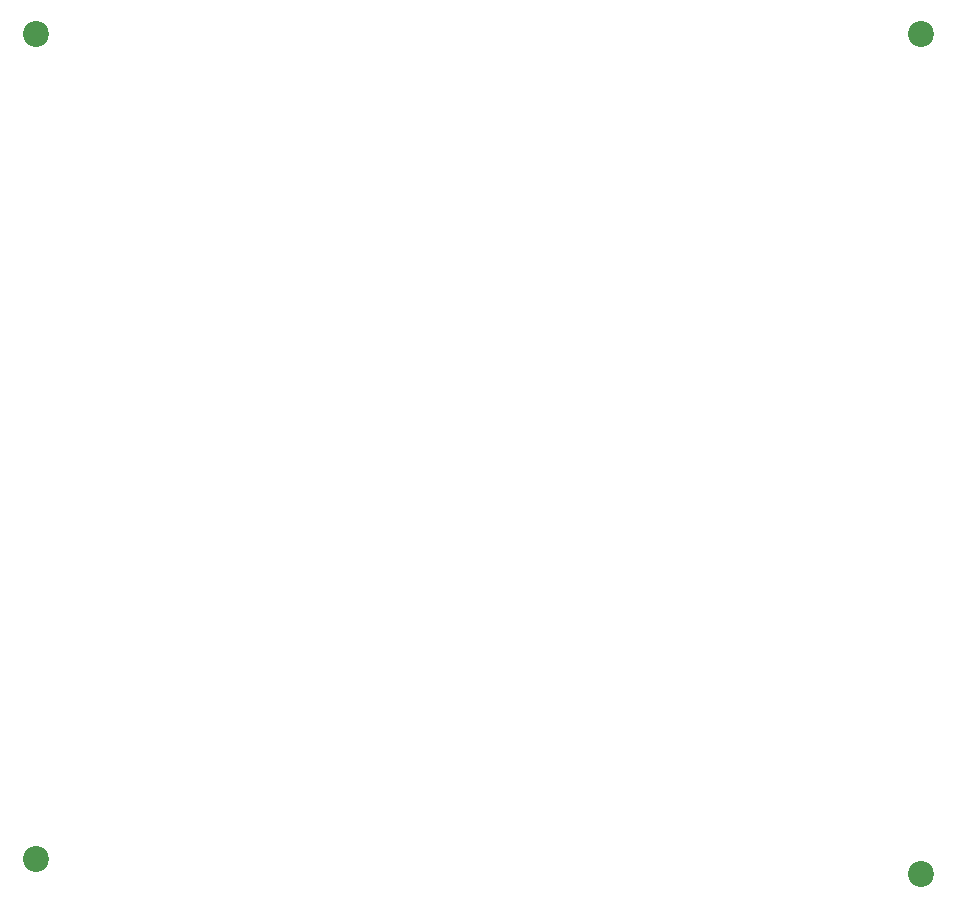
<source format=gbr>
%TF.GenerationSoftware,KiCad,Pcbnew,7.0.8*%
%TF.CreationDate,2025-04-12T00:46:43+05:30*%
%TF.ProjectId,hardware assignement,68617264-7761-4726-9520-61737369676e,rev?*%
%TF.SameCoordinates,Original*%
%TF.FileFunction,NonPlated,1,2,NPTH,Drill*%
%TF.FilePolarity,Positive*%
%FSLAX46Y46*%
G04 Gerber Fmt 4.6, Leading zero omitted, Abs format (unit mm)*
G04 Created by KiCad (PCBNEW 7.0.8) date 2025-04-12 00:46:43*
%MOMM*%
%LPD*%
G01*
G04 APERTURE LIST*
%TA.AperFunction,ComponentDrill*%
%ADD10C,2.200000*%
%TD*%
G04 APERTURE END LIST*
D10*
%TO.C,H1*%
X115570000Y-30480000D03*
%TO.C,H3*%
X115570000Y-100330000D03*
%TO.C,H2*%
X190500000Y-30480000D03*
%TO.C,H4*%
X190500000Y-101600000D03*
M02*

</source>
